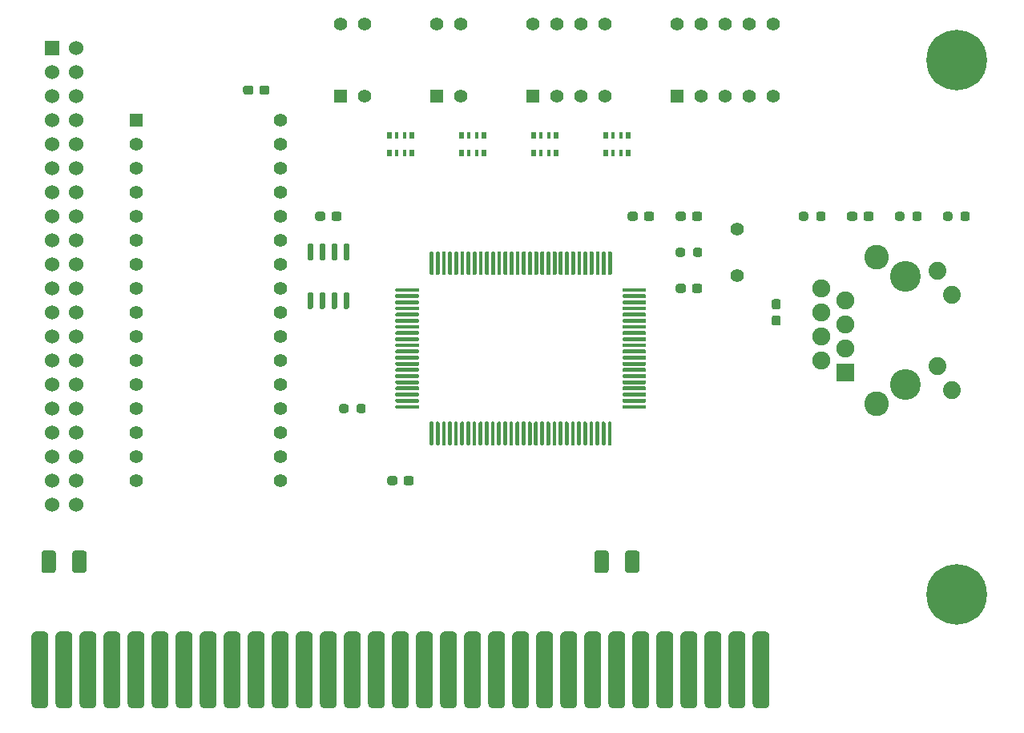
<source format=gts>
%TF.GenerationSoftware,KiCad,Pcbnew,(5.1.8)-1*%
%TF.CreationDate,2021-04-30T16:31:18-07:00*%
%TF.ProjectId,ISA8_Ethernet,49534138-5f45-4746-9865-726e65742e6b,1.0*%
%TF.SameCoordinates,Original*%
%TF.FileFunction,Soldermask,Top*%
%TF.FilePolarity,Negative*%
%FSLAX46Y46*%
G04 Gerber Fmt 4.6, Leading zero omitted, Abs format (unit mm)*
G04 Created by KiCad (PCBNEW (5.1.8)-1) date 2021-04-30 16:31:18*
%MOMM*%
%LPD*%
G01*
G04 APERTURE LIST*
%ADD10C,1.524000*%
%ADD11R,1.524000X1.524000*%
%ADD12C,1.397000*%
%ADD13R,1.397000X1.397000*%
%ADD14R,0.500000X0.800000*%
%ADD15R,0.400000X0.800000*%
%ADD16C,6.400000*%
%ADD17C,0.800000*%
%ADD18R,1.900000X1.900000*%
%ADD19C,1.900000*%
%ADD20C,1.890000*%
%ADD21C,2.600000*%
%ADD22C,3.250000*%
G04 APERTURE END LIST*
D10*
%TO.C,J2*%
X107950000Y-113030000D03*
X105410000Y-113030000D03*
X107950000Y-110490000D03*
X105410000Y-110490000D03*
X107950000Y-107950000D03*
X105410000Y-107950000D03*
X107950000Y-105410000D03*
X105410000Y-105410000D03*
X107950000Y-102870000D03*
X105410000Y-102870000D03*
X105410000Y-100330000D03*
X107950000Y-100330000D03*
X105410000Y-97790000D03*
X107950000Y-97790000D03*
X107950000Y-95250000D03*
X105410000Y-95250000D03*
X107950000Y-92710000D03*
X105410000Y-92710000D03*
X107950000Y-90170000D03*
X105410000Y-90170000D03*
X107950000Y-87630000D03*
X105410000Y-87630000D03*
X107950000Y-85090000D03*
X105410000Y-85090000D03*
X107950000Y-82550000D03*
X105410000Y-82550000D03*
X107950000Y-80010000D03*
X105410000Y-80010000D03*
X107950000Y-77470000D03*
X105410000Y-77470000D03*
X107950000Y-74930000D03*
X105410000Y-74930000D03*
X107950000Y-72390000D03*
X105410000Y-72390000D03*
X107950000Y-69850000D03*
X105410000Y-69850000D03*
X107950000Y-67310000D03*
X105410000Y-67310000D03*
X107950000Y-64770000D03*
D11*
X105410000Y-64770000D03*
%TD*%
%TO.C,BUS1*%
G36*
G01*
X179451000Y-134112000D02*
X179451000Y-126873000D01*
G75*
G02*
X179895500Y-126428500I444500J0D01*
G01*
X180784500Y-126428500D01*
G75*
G02*
X181229000Y-126873000I0J-444500D01*
G01*
X181229000Y-134112000D01*
G75*
G02*
X180784500Y-134556500I-444500J0D01*
G01*
X179895500Y-134556500D01*
G75*
G02*
X179451000Y-134112000I0J444500D01*
G01*
G37*
G36*
G01*
X176911000Y-134112000D02*
X176911000Y-126873000D01*
G75*
G02*
X177355500Y-126428500I444500J0D01*
G01*
X178244500Y-126428500D01*
G75*
G02*
X178689000Y-126873000I0J-444500D01*
G01*
X178689000Y-134112000D01*
G75*
G02*
X178244500Y-134556500I-444500J0D01*
G01*
X177355500Y-134556500D01*
G75*
G02*
X176911000Y-134112000I0J444500D01*
G01*
G37*
G36*
G01*
X174371000Y-134112000D02*
X174371000Y-126873000D01*
G75*
G02*
X174815500Y-126428500I444500J0D01*
G01*
X175704500Y-126428500D01*
G75*
G02*
X176149000Y-126873000I0J-444500D01*
G01*
X176149000Y-134112000D01*
G75*
G02*
X175704500Y-134556500I-444500J0D01*
G01*
X174815500Y-134556500D01*
G75*
G02*
X174371000Y-134112000I0J444500D01*
G01*
G37*
G36*
G01*
X171831000Y-134112000D02*
X171831000Y-126873000D01*
G75*
G02*
X172275500Y-126428500I444500J0D01*
G01*
X173164500Y-126428500D01*
G75*
G02*
X173609000Y-126873000I0J-444500D01*
G01*
X173609000Y-134112000D01*
G75*
G02*
X173164500Y-134556500I-444500J0D01*
G01*
X172275500Y-134556500D01*
G75*
G02*
X171831000Y-134112000I0J444500D01*
G01*
G37*
G36*
G01*
X169291000Y-134112000D02*
X169291000Y-126873000D01*
G75*
G02*
X169735500Y-126428500I444500J0D01*
G01*
X170624500Y-126428500D01*
G75*
G02*
X171069000Y-126873000I0J-444500D01*
G01*
X171069000Y-134112000D01*
G75*
G02*
X170624500Y-134556500I-444500J0D01*
G01*
X169735500Y-134556500D01*
G75*
G02*
X169291000Y-134112000I0J444500D01*
G01*
G37*
G36*
G01*
X166751000Y-134112000D02*
X166751000Y-126873000D01*
G75*
G02*
X167195500Y-126428500I444500J0D01*
G01*
X168084500Y-126428500D01*
G75*
G02*
X168529000Y-126873000I0J-444500D01*
G01*
X168529000Y-134112000D01*
G75*
G02*
X168084500Y-134556500I-444500J0D01*
G01*
X167195500Y-134556500D01*
G75*
G02*
X166751000Y-134112000I0J444500D01*
G01*
G37*
G36*
G01*
X164211000Y-134112000D02*
X164211000Y-126873000D01*
G75*
G02*
X164655500Y-126428500I444500J0D01*
G01*
X165544500Y-126428500D01*
G75*
G02*
X165989000Y-126873000I0J-444500D01*
G01*
X165989000Y-134112000D01*
G75*
G02*
X165544500Y-134556500I-444500J0D01*
G01*
X164655500Y-134556500D01*
G75*
G02*
X164211000Y-134112000I0J444500D01*
G01*
G37*
G36*
G01*
X161671000Y-134112000D02*
X161671000Y-126873000D01*
G75*
G02*
X162115500Y-126428500I444500J0D01*
G01*
X163004500Y-126428500D01*
G75*
G02*
X163449000Y-126873000I0J-444500D01*
G01*
X163449000Y-134112000D01*
G75*
G02*
X163004500Y-134556500I-444500J0D01*
G01*
X162115500Y-134556500D01*
G75*
G02*
X161671000Y-134112000I0J444500D01*
G01*
G37*
G36*
G01*
X159131000Y-134112000D02*
X159131000Y-126873000D01*
G75*
G02*
X159575500Y-126428500I444500J0D01*
G01*
X160464500Y-126428500D01*
G75*
G02*
X160909000Y-126873000I0J-444500D01*
G01*
X160909000Y-134112000D01*
G75*
G02*
X160464500Y-134556500I-444500J0D01*
G01*
X159575500Y-134556500D01*
G75*
G02*
X159131000Y-134112000I0J444500D01*
G01*
G37*
G36*
G01*
X156591000Y-134112000D02*
X156591000Y-126873000D01*
G75*
G02*
X157035500Y-126428500I444500J0D01*
G01*
X157924500Y-126428500D01*
G75*
G02*
X158369000Y-126873000I0J-444500D01*
G01*
X158369000Y-134112000D01*
G75*
G02*
X157924500Y-134556500I-444500J0D01*
G01*
X157035500Y-134556500D01*
G75*
G02*
X156591000Y-134112000I0J444500D01*
G01*
G37*
G36*
G01*
X154051000Y-134112000D02*
X154051000Y-126873000D01*
G75*
G02*
X154495500Y-126428500I444500J0D01*
G01*
X155384500Y-126428500D01*
G75*
G02*
X155829000Y-126873000I0J-444500D01*
G01*
X155829000Y-134112000D01*
G75*
G02*
X155384500Y-134556500I-444500J0D01*
G01*
X154495500Y-134556500D01*
G75*
G02*
X154051000Y-134112000I0J444500D01*
G01*
G37*
G36*
G01*
X151511000Y-134112000D02*
X151511000Y-126873000D01*
G75*
G02*
X151955500Y-126428500I444500J0D01*
G01*
X152844500Y-126428500D01*
G75*
G02*
X153289000Y-126873000I0J-444500D01*
G01*
X153289000Y-134112000D01*
G75*
G02*
X152844500Y-134556500I-444500J0D01*
G01*
X151955500Y-134556500D01*
G75*
G02*
X151511000Y-134112000I0J444500D01*
G01*
G37*
G36*
G01*
X148971000Y-134112000D02*
X148971000Y-126873000D01*
G75*
G02*
X149415500Y-126428500I444500J0D01*
G01*
X150304500Y-126428500D01*
G75*
G02*
X150749000Y-126873000I0J-444500D01*
G01*
X150749000Y-134112000D01*
G75*
G02*
X150304500Y-134556500I-444500J0D01*
G01*
X149415500Y-134556500D01*
G75*
G02*
X148971000Y-134112000I0J444500D01*
G01*
G37*
G36*
G01*
X146431000Y-134112000D02*
X146431000Y-126873000D01*
G75*
G02*
X146875500Y-126428500I444500J0D01*
G01*
X147764500Y-126428500D01*
G75*
G02*
X148209000Y-126873000I0J-444500D01*
G01*
X148209000Y-134112000D01*
G75*
G02*
X147764500Y-134556500I-444500J0D01*
G01*
X146875500Y-134556500D01*
G75*
G02*
X146431000Y-134112000I0J444500D01*
G01*
G37*
G36*
G01*
X143891000Y-134112000D02*
X143891000Y-126873000D01*
G75*
G02*
X144335500Y-126428500I444500J0D01*
G01*
X145224500Y-126428500D01*
G75*
G02*
X145669000Y-126873000I0J-444500D01*
G01*
X145669000Y-134112000D01*
G75*
G02*
X145224500Y-134556500I-444500J0D01*
G01*
X144335500Y-134556500D01*
G75*
G02*
X143891000Y-134112000I0J444500D01*
G01*
G37*
G36*
G01*
X141351000Y-134112000D02*
X141351000Y-126873000D01*
G75*
G02*
X141795500Y-126428500I444500J0D01*
G01*
X142684500Y-126428500D01*
G75*
G02*
X143129000Y-126873000I0J-444500D01*
G01*
X143129000Y-134112000D01*
G75*
G02*
X142684500Y-134556500I-444500J0D01*
G01*
X141795500Y-134556500D01*
G75*
G02*
X141351000Y-134112000I0J444500D01*
G01*
G37*
G36*
G01*
X138811000Y-134112000D02*
X138811000Y-126873000D01*
G75*
G02*
X139255500Y-126428500I444500J0D01*
G01*
X140144500Y-126428500D01*
G75*
G02*
X140589000Y-126873000I0J-444500D01*
G01*
X140589000Y-134112000D01*
G75*
G02*
X140144500Y-134556500I-444500J0D01*
G01*
X139255500Y-134556500D01*
G75*
G02*
X138811000Y-134112000I0J444500D01*
G01*
G37*
G36*
G01*
X136271000Y-134112000D02*
X136271000Y-126873000D01*
G75*
G02*
X136715500Y-126428500I444500J0D01*
G01*
X137604500Y-126428500D01*
G75*
G02*
X138049000Y-126873000I0J-444500D01*
G01*
X138049000Y-134112000D01*
G75*
G02*
X137604500Y-134556500I-444500J0D01*
G01*
X136715500Y-134556500D01*
G75*
G02*
X136271000Y-134112000I0J444500D01*
G01*
G37*
G36*
G01*
X133731000Y-134112000D02*
X133731000Y-126873000D01*
G75*
G02*
X134175500Y-126428500I444500J0D01*
G01*
X135064500Y-126428500D01*
G75*
G02*
X135509000Y-126873000I0J-444500D01*
G01*
X135509000Y-134112000D01*
G75*
G02*
X135064500Y-134556500I-444500J0D01*
G01*
X134175500Y-134556500D01*
G75*
G02*
X133731000Y-134112000I0J444500D01*
G01*
G37*
G36*
G01*
X131191000Y-134112000D02*
X131191000Y-126873000D01*
G75*
G02*
X131635500Y-126428500I444500J0D01*
G01*
X132524500Y-126428500D01*
G75*
G02*
X132969000Y-126873000I0J-444500D01*
G01*
X132969000Y-134112000D01*
G75*
G02*
X132524500Y-134556500I-444500J0D01*
G01*
X131635500Y-134556500D01*
G75*
G02*
X131191000Y-134112000I0J444500D01*
G01*
G37*
G36*
G01*
X128651000Y-134112000D02*
X128651000Y-126873000D01*
G75*
G02*
X129095500Y-126428500I444500J0D01*
G01*
X129984500Y-126428500D01*
G75*
G02*
X130429000Y-126873000I0J-444500D01*
G01*
X130429000Y-134112000D01*
G75*
G02*
X129984500Y-134556500I-444500J0D01*
G01*
X129095500Y-134556500D01*
G75*
G02*
X128651000Y-134112000I0J444500D01*
G01*
G37*
G36*
G01*
X126111000Y-134112000D02*
X126111000Y-126873000D01*
G75*
G02*
X126555500Y-126428500I444500J0D01*
G01*
X127444500Y-126428500D01*
G75*
G02*
X127889000Y-126873000I0J-444500D01*
G01*
X127889000Y-134112000D01*
G75*
G02*
X127444500Y-134556500I-444500J0D01*
G01*
X126555500Y-134556500D01*
G75*
G02*
X126111000Y-134112000I0J444500D01*
G01*
G37*
G36*
G01*
X123571000Y-134112000D02*
X123571000Y-126873000D01*
G75*
G02*
X124015500Y-126428500I444500J0D01*
G01*
X124904500Y-126428500D01*
G75*
G02*
X125349000Y-126873000I0J-444500D01*
G01*
X125349000Y-134112000D01*
G75*
G02*
X124904500Y-134556500I-444500J0D01*
G01*
X124015500Y-134556500D01*
G75*
G02*
X123571000Y-134112000I0J444500D01*
G01*
G37*
G36*
G01*
X121031000Y-134112000D02*
X121031000Y-126873000D01*
G75*
G02*
X121475500Y-126428500I444500J0D01*
G01*
X122364500Y-126428500D01*
G75*
G02*
X122809000Y-126873000I0J-444500D01*
G01*
X122809000Y-134112000D01*
G75*
G02*
X122364500Y-134556500I-444500J0D01*
G01*
X121475500Y-134556500D01*
G75*
G02*
X121031000Y-134112000I0J444500D01*
G01*
G37*
G36*
G01*
X118491000Y-134112000D02*
X118491000Y-126873000D01*
G75*
G02*
X118935500Y-126428500I444500J0D01*
G01*
X119824500Y-126428500D01*
G75*
G02*
X120269000Y-126873000I0J-444500D01*
G01*
X120269000Y-134112000D01*
G75*
G02*
X119824500Y-134556500I-444500J0D01*
G01*
X118935500Y-134556500D01*
G75*
G02*
X118491000Y-134112000I0J444500D01*
G01*
G37*
G36*
G01*
X115951000Y-134112000D02*
X115951000Y-126873000D01*
G75*
G02*
X116395500Y-126428500I444500J0D01*
G01*
X117284500Y-126428500D01*
G75*
G02*
X117729000Y-126873000I0J-444500D01*
G01*
X117729000Y-134112000D01*
G75*
G02*
X117284500Y-134556500I-444500J0D01*
G01*
X116395500Y-134556500D01*
G75*
G02*
X115951000Y-134112000I0J444500D01*
G01*
G37*
G36*
G01*
X113411000Y-134112000D02*
X113411000Y-126873000D01*
G75*
G02*
X113855500Y-126428500I444500J0D01*
G01*
X114744500Y-126428500D01*
G75*
G02*
X115189000Y-126873000I0J-444500D01*
G01*
X115189000Y-134112000D01*
G75*
G02*
X114744500Y-134556500I-444500J0D01*
G01*
X113855500Y-134556500D01*
G75*
G02*
X113411000Y-134112000I0J444500D01*
G01*
G37*
G36*
G01*
X110871000Y-134112000D02*
X110871000Y-126873000D01*
G75*
G02*
X111315500Y-126428500I444500J0D01*
G01*
X112204500Y-126428500D01*
G75*
G02*
X112649000Y-126873000I0J-444500D01*
G01*
X112649000Y-134112000D01*
G75*
G02*
X112204500Y-134556500I-444500J0D01*
G01*
X111315500Y-134556500D01*
G75*
G02*
X110871000Y-134112000I0J444500D01*
G01*
G37*
G36*
G01*
X108331000Y-134112000D02*
X108331000Y-126873000D01*
G75*
G02*
X108775500Y-126428500I444500J0D01*
G01*
X109664500Y-126428500D01*
G75*
G02*
X110109000Y-126873000I0J-444500D01*
G01*
X110109000Y-134112000D01*
G75*
G02*
X109664500Y-134556500I-444500J0D01*
G01*
X108775500Y-134556500D01*
G75*
G02*
X108331000Y-134112000I0J444500D01*
G01*
G37*
G36*
G01*
X105791000Y-134112000D02*
X105791000Y-126873000D01*
G75*
G02*
X106235500Y-126428500I444500J0D01*
G01*
X107124500Y-126428500D01*
G75*
G02*
X107569000Y-126873000I0J-444500D01*
G01*
X107569000Y-134112000D01*
G75*
G02*
X107124500Y-134556500I-444500J0D01*
G01*
X106235500Y-134556500D01*
G75*
G02*
X105791000Y-134112000I0J444500D01*
G01*
G37*
G36*
G01*
X103251000Y-134112000D02*
X103251000Y-126873000D01*
G75*
G02*
X103695500Y-126428500I444500J0D01*
G01*
X104584500Y-126428500D01*
G75*
G02*
X105029000Y-126873000I0J-444500D01*
G01*
X105029000Y-134112000D01*
G75*
G02*
X104584500Y-134556500I-444500J0D01*
G01*
X103695500Y-134556500D01*
G75*
G02*
X103251000Y-134112000I0J444500D01*
G01*
G37*
%TD*%
D12*
%TO.C,SW4*%
X171450000Y-62230000D03*
X173990000Y-62230000D03*
X176530000Y-62230000D03*
X179070000Y-62230000D03*
X181610000Y-62230000D03*
X181610000Y-69850000D03*
X179070000Y-69850000D03*
X176530000Y-69850000D03*
X173990000Y-69850000D03*
D13*
X171450000Y-69850000D03*
%TD*%
D12*
%TO.C,SW3*%
X156210000Y-62230000D03*
X158750000Y-62230000D03*
X161290000Y-62230000D03*
X163830000Y-62230000D03*
X163830000Y-69850000D03*
X161290000Y-69850000D03*
X158750000Y-69850000D03*
D13*
X156210000Y-69850000D03*
%TD*%
D12*
%TO.C,SW2*%
X146050000Y-62230000D03*
X148590000Y-62230000D03*
X148590000Y-69850000D03*
D13*
X146050000Y-69850000D03*
%TD*%
D12*
%TO.C,SW1*%
X135890000Y-62230000D03*
X138430000Y-62230000D03*
X138430000Y-69850000D03*
D13*
X135890000Y-69850000D03*
%TD*%
D12*
%TO.C,Y1*%
X177800000Y-83919060D03*
X177800000Y-88800940D03*
%TD*%
D13*
%TO.C,U2*%
X114300000Y-72390000D03*
D12*
X114300000Y-74930000D03*
X114300000Y-77470000D03*
X114300000Y-80010000D03*
X114300000Y-82550000D03*
X114300000Y-85090000D03*
X114300000Y-87630000D03*
X114300000Y-90170000D03*
X114300000Y-92710000D03*
X114300000Y-95250000D03*
X114300000Y-97790000D03*
X114300000Y-100330000D03*
X114300000Y-102870000D03*
X114300000Y-105410000D03*
X114300000Y-107950000D03*
X114300000Y-110490000D03*
X129540000Y-110490000D03*
X129540000Y-107950000D03*
X129540000Y-105410000D03*
X129540000Y-102870000D03*
X129540000Y-100330000D03*
X129540000Y-97790000D03*
X129540000Y-95250000D03*
X129540000Y-92710000D03*
X129540000Y-90170000D03*
X129540000Y-87630000D03*
X129540000Y-85090000D03*
X129540000Y-82550000D03*
X129540000Y-80010000D03*
X129540000Y-77470000D03*
X129540000Y-74930000D03*
X129540000Y-72390000D03*
%TD*%
D14*
%TO.C,RN2*%
X151060000Y-74030000D03*
D15*
X150260000Y-74030000D03*
D14*
X148660000Y-74030000D03*
D15*
X149460000Y-74030000D03*
D14*
X151060000Y-75830000D03*
D15*
X149460000Y-75830000D03*
X150260000Y-75830000D03*
D14*
X148660000Y-75830000D03*
%TD*%
D16*
%TO.C,HOLE1*%
X201041000Y-66040000D03*
D17*
X203441000Y-66040000D03*
X202738056Y-67737056D03*
X201041000Y-68440000D03*
X199343944Y-67737056D03*
X198641000Y-66040000D03*
X199343944Y-64342944D03*
X201041000Y-63640000D03*
X202738056Y-64342944D03*
%TD*%
%TO.C,HOLE2*%
X202738056Y-120857944D03*
X201041000Y-120155000D03*
X199343944Y-120857944D03*
X198641000Y-122555000D03*
X199343944Y-124252056D03*
X201041000Y-124955000D03*
X202738056Y-124252056D03*
X203441000Y-122555000D03*
D16*
X201041000Y-122555000D03*
%TD*%
%TO.C,U3*%
G36*
G01*
X132865000Y-92350000D02*
X132565000Y-92350000D01*
G75*
G02*
X132415000Y-92200000I0J150000D01*
G01*
X132415000Y-90750000D01*
G75*
G02*
X132565000Y-90600000I150000J0D01*
G01*
X132865000Y-90600000D01*
G75*
G02*
X133015000Y-90750000I0J-150000D01*
G01*
X133015000Y-92200000D01*
G75*
G02*
X132865000Y-92350000I-150000J0D01*
G01*
G37*
G36*
G01*
X134135000Y-92350000D02*
X133835000Y-92350000D01*
G75*
G02*
X133685000Y-92200000I0J150000D01*
G01*
X133685000Y-90750000D01*
G75*
G02*
X133835000Y-90600000I150000J0D01*
G01*
X134135000Y-90600000D01*
G75*
G02*
X134285000Y-90750000I0J-150000D01*
G01*
X134285000Y-92200000D01*
G75*
G02*
X134135000Y-92350000I-150000J0D01*
G01*
G37*
G36*
G01*
X135405000Y-92350000D02*
X135105000Y-92350000D01*
G75*
G02*
X134955000Y-92200000I0J150000D01*
G01*
X134955000Y-90750000D01*
G75*
G02*
X135105000Y-90600000I150000J0D01*
G01*
X135405000Y-90600000D01*
G75*
G02*
X135555000Y-90750000I0J-150000D01*
G01*
X135555000Y-92200000D01*
G75*
G02*
X135405000Y-92350000I-150000J0D01*
G01*
G37*
G36*
G01*
X136675000Y-92350000D02*
X136375000Y-92350000D01*
G75*
G02*
X136225000Y-92200000I0J150000D01*
G01*
X136225000Y-90750000D01*
G75*
G02*
X136375000Y-90600000I150000J0D01*
G01*
X136675000Y-90600000D01*
G75*
G02*
X136825000Y-90750000I0J-150000D01*
G01*
X136825000Y-92200000D01*
G75*
G02*
X136675000Y-92350000I-150000J0D01*
G01*
G37*
G36*
G01*
X136675000Y-87200000D02*
X136375000Y-87200000D01*
G75*
G02*
X136225000Y-87050000I0J150000D01*
G01*
X136225000Y-85600000D01*
G75*
G02*
X136375000Y-85450000I150000J0D01*
G01*
X136675000Y-85450000D01*
G75*
G02*
X136825000Y-85600000I0J-150000D01*
G01*
X136825000Y-87050000D01*
G75*
G02*
X136675000Y-87200000I-150000J0D01*
G01*
G37*
G36*
G01*
X135405000Y-87200000D02*
X135105000Y-87200000D01*
G75*
G02*
X134955000Y-87050000I0J150000D01*
G01*
X134955000Y-85600000D01*
G75*
G02*
X135105000Y-85450000I150000J0D01*
G01*
X135405000Y-85450000D01*
G75*
G02*
X135555000Y-85600000I0J-150000D01*
G01*
X135555000Y-87050000D01*
G75*
G02*
X135405000Y-87200000I-150000J0D01*
G01*
G37*
G36*
G01*
X134135000Y-87200000D02*
X133835000Y-87200000D01*
G75*
G02*
X133685000Y-87050000I0J150000D01*
G01*
X133685000Y-85600000D01*
G75*
G02*
X133835000Y-85450000I150000J0D01*
G01*
X134135000Y-85450000D01*
G75*
G02*
X134285000Y-85600000I0J-150000D01*
G01*
X134285000Y-87050000D01*
G75*
G02*
X134135000Y-87200000I-150000J0D01*
G01*
G37*
G36*
G01*
X132865000Y-87200000D02*
X132565000Y-87200000D01*
G75*
G02*
X132415000Y-87050000I0J150000D01*
G01*
X132415000Y-85600000D01*
G75*
G02*
X132565000Y-85450000I150000J0D01*
G01*
X132865000Y-85450000D01*
G75*
G02*
X133015000Y-85600000I0J-150000D01*
G01*
X133015000Y-87050000D01*
G75*
G02*
X132865000Y-87200000I-150000J0D01*
G01*
G37*
%TD*%
%TO.C,C1*%
G36*
G01*
X172395000Y-89932500D02*
X172395000Y-90407500D01*
G75*
G02*
X172157500Y-90645000I-237500J0D01*
G01*
X171557500Y-90645000D01*
G75*
G02*
X171320000Y-90407500I0J237500D01*
G01*
X171320000Y-89932500D01*
G75*
G02*
X171557500Y-89695000I237500J0D01*
G01*
X172157500Y-89695000D01*
G75*
G02*
X172395000Y-89932500I0J-237500D01*
G01*
G37*
G36*
G01*
X174120000Y-89932500D02*
X174120000Y-90407500D01*
G75*
G02*
X173882500Y-90645000I-237500J0D01*
G01*
X173282500Y-90645000D01*
G75*
G02*
X173045000Y-90407500I0J237500D01*
G01*
X173045000Y-89932500D01*
G75*
G02*
X173282500Y-89695000I237500J0D01*
G01*
X173882500Y-89695000D01*
G75*
G02*
X174120000Y-89932500I0J-237500D01*
G01*
G37*
%TD*%
%TO.C,C2*%
G36*
G01*
X174120000Y-82312500D02*
X174120000Y-82787500D01*
G75*
G02*
X173882500Y-83025000I-237500J0D01*
G01*
X173282500Y-83025000D01*
G75*
G02*
X173045000Y-82787500I0J237500D01*
G01*
X173045000Y-82312500D01*
G75*
G02*
X173282500Y-82075000I237500J0D01*
G01*
X173882500Y-82075000D01*
G75*
G02*
X174120000Y-82312500I0J-237500D01*
G01*
G37*
G36*
G01*
X172395000Y-82312500D02*
X172395000Y-82787500D01*
G75*
G02*
X172157500Y-83025000I-237500J0D01*
G01*
X171557500Y-83025000D01*
G75*
G02*
X171320000Y-82787500I0J237500D01*
G01*
X171320000Y-82312500D01*
G75*
G02*
X171557500Y-82075000I237500J0D01*
G01*
X172157500Y-82075000D01*
G75*
G02*
X172395000Y-82312500I0J-237500D01*
G01*
G37*
%TD*%
%TO.C,C3*%
G36*
G01*
X182165000Y-94110000D02*
X181690000Y-94110000D01*
G75*
G02*
X181452500Y-93872500I0J237500D01*
G01*
X181452500Y-93272500D01*
G75*
G02*
X181690000Y-93035000I237500J0D01*
G01*
X182165000Y-93035000D01*
G75*
G02*
X182402500Y-93272500I0J-237500D01*
G01*
X182402500Y-93872500D01*
G75*
G02*
X182165000Y-94110000I-237500J0D01*
G01*
G37*
G36*
G01*
X182165000Y-92385000D02*
X181690000Y-92385000D01*
G75*
G02*
X181452500Y-92147500I0J237500D01*
G01*
X181452500Y-91547500D01*
G75*
G02*
X181690000Y-91310000I237500J0D01*
G01*
X182165000Y-91310000D01*
G75*
G02*
X182402500Y-91547500I0J-237500D01*
G01*
X182402500Y-92147500D01*
G75*
G02*
X182165000Y-92385000I-237500J0D01*
G01*
G37*
%TD*%
%TO.C,C4*%
G36*
G01*
X191142500Y-82787500D02*
X191142500Y-82312500D01*
G75*
G02*
X191380000Y-82075000I237500J0D01*
G01*
X191980000Y-82075000D01*
G75*
G02*
X192217500Y-82312500I0J-237500D01*
G01*
X192217500Y-82787500D01*
G75*
G02*
X191980000Y-83025000I-237500J0D01*
G01*
X191380000Y-83025000D01*
G75*
G02*
X191142500Y-82787500I0J237500D01*
G01*
G37*
G36*
G01*
X189417500Y-82787500D02*
X189417500Y-82312500D01*
G75*
G02*
X189655000Y-82075000I237500J0D01*
G01*
X190255000Y-82075000D01*
G75*
G02*
X190492500Y-82312500I0J-237500D01*
G01*
X190492500Y-82787500D01*
G75*
G02*
X190255000Y-83025000I-237500J0D01*
G01*
X189655000Y-83025000D01*
G75*
G02*
X189417500Y-82787500I0J237500D01*
G01*
G37*
%TD*%
%TO.C,C5*%
G36*
G01*
X167315000Y-82312500D02*
X167315000Y-82787500D01*
G75*
G02*
X167077500Y-83025000I-237500J0D01*
G01*
X166477500Y-83025000D01*
G75*
G02*
X166240000Y-82787500I0J237500D01*
G01*
X166240000Y-82312500D01*
G75*
G02*
X166477500Y-82075000I237500J0D01*
G01*
X167077500Y-82075000D01*
G75*
G02*
X167315000Y-82312500I0J-237500D01*
G01*
G37*
G36*
G01*
X169040000Y-82312500D02*
X169040000Y-82787500D01*
G75*
G02*
X168802500Y-83025000I-237500J0D01*
G01*
X168202500Y-83025000D01*
G75*
G02*
X167965000Y-82787500I0J237500D01*
G01*
X167965000Y-82312500D01*
G75*
G02*
X168202500Y-82075000I237500J0D01*
G01*
X168802500Y-82075000D01*
G75*
G02*
X169040000Y-82312500I0J-237500D01*
G01*
G37*
%TD*%
%TO.C,C6*%
G36*
G01*
X143640000Y-110252500D02*
X143640000Y-110727500D01*
G75*
G02*
X143402500Y-110965000I-237500J0D01*
G01*
X142802500Y-110965000D01*
G75*
G02*
X142565000Y-110727500I0J237500D01*
G01*
X142565000Y-110252500D01*
G75*
G02*
X142802500Y-110015000I237500J0D01*
G01*
X143402500Y-110015000D01*
G75*
G02*
X143640000Y-110252500I0J-237500D01*
G01*
G37*
G36*
G01*
X141915000Y-110252500D02*
X141915000Y-110727500D01*
G75*
G02*
X141677500Y-110965000I-237500J0D01*
G01*
X141077500Y-110965000D01*
G75*
G02*
X140840000Y-110727500I0J237500D01*
G01*
X140840000Y-110252500D01*
G75*
G02*
X141077500Y-110015000I237500J0D01*
G01*
X141677500Y-110015000D01*
G75*
G02*
X141915000Y-110252500I0J-237500D01*
G01*
G37*
%TD*%
%TO.C,C7*%
G36*
G01*
X126675000Y-68977500D02*
X126675000Y-69452500D01*
G75*
G02*
X126437500Y-69690000I-237500J0D01*
G01*
X125837500Y-69690000D01*
G75*
G02*
X125600000Y-69452500I0J237500D01*
G01*
X125600000Y-68977500D01*
G75*
G02*
X125837500Y-68740000I237500J0D01*
G01*
X126437500Y-68740000D01*
G75*
G02*
X126675000Y-68977500I0J-237500D01*
G01*
G37*
G36*
G01*
X128400000Y-68977500D02*
X128400000Y-69452500D01*
G75*
G02*
X128162500Y-69690000I-237500J0D01*
G01*
X127562500Y-69690000D01*
G75*
G02*
X127325000Y-69452500I0J237500D01*
G01*
X127325000Y-68977500D01*
G75*
G02*
X127562500Y-68740000I237500J0D01*
G01*
X128162500Y-68740000D01*
G75*
G02*
X128400000Y-68977500I0J-237500D01*
G01*
G37*
%TD*%
%TO.C,C8*%
G36*
G01*
X133220000Y-82787500D02*
X133220000Y-82312500D01*
G75*
G02*
X133457500Y-82075000I237500J0D01*
G01*
X134057500Y-82075000D01*
G75*
G02*
X134295000Y-82312500I0J-237500D01*
G01*
X134295000Y-82787500D01*
G75*
G02*
X134057500Y-83025000I-237500J0D01*
G01*
X133457500Y-83025000D01*
G75*
G02*
X133220000Y-82787500I0J237500D01*
G01*
G37*
G36*
G01*
X134945000Y-82787500D02*
X134945000Y-82312500D01*
G75*
G02*
X135182500Y-82075000I237500J0D01*
G01*
X135782500Y-82075000D01*
G75*
G02*
X136020000Y-82312500I0J-237500D01*
G01*
X136020000Y-82787500D01*
G75*
G02*
X135782500Y-83025000I-237500J0D01*
G01*
X135182500Y-83025000D01*
G75*
G02*
X134945000Y-82787500I0J237500D01*
G01*
G37*
%TD*%
%TO.C,R1*%
G36*
G01*
X185312500Y-82312500D02*
X185312500Y-82787500D01*
G75*
G02*
X185075000Y-83025000I-237500J0D01*
G01*
X184575000Y-83025000D01*
G75*
G02*
X184337500Y-82787500I0J237500D01*
G01*
X184337500Y-82312500D01*
G75*
G02*
X184575000Y-82075000I237500J0D01*
G01*
X185075000Y-82075000D01*
G75*
G02*
X185312500Y-82312500I0J-237500D01*
G01*
G37*
G36*
G01*
X187137500Y-82312500D02*
X187137500Y-82787500D01*
G75*
G02*
X186900000Y-83025000I-237500J0D01*
G01*
X186400000Y-83025000D01*
G75*
G02*
X186162500Y-82787500I0J237500D01*
G01*
X186162500Y-82312500D01*
G75*
G02*
X186400000Y-82075000I237500J0D01*
G01*
X186900000Y-82075000D01*
G75*
G02*
X187137500Y-82312500I0J-237500D01*
G01*
G37*
%TD*%
%TO.C,R2*%
G36*
G01*
X197297500Y-82312500D02*
X197297500Y-82787500D01*
G75*
G02*
X197060000Y-83025000I-237500J0D01*
G01*
X196560000Y-83025000D01*
G75*
G02*
X196322500Y-82787500I0J237500D01*
G01*
X196322500Y-82312500D01*
G75*
G02*
X196560000Y-82075000I237500J0D01*
G01*
X197060000Y-82075000D01*
G75*
G02*
X197297500Y-82312500I0J-237500D01*
G01*
G37*
G36*
G01*
X195472500Y-82312500D02*
X195472500Y-82787500D01*
G75*
G02*
X195235000Y-83025000I-237500J0D01*
G01*
X194735000Y-83025000D01*
G75*
G02*
X194497500Y-82787500I0J237500D01*
G01*
X194497500Y-82312500D01*
G75*
G02*
X194735000Y-82075000I237500J0D01*
G01*
X195235000Y-82075000D01*
G75*
G02*
X195472500Y-82312500I0J-237500D01*
G01*
G37*
%TD*%
%TO.C,R3*%
G36*
G01*
X200552500Y-82312500D02*
X200552500Y-82787500D01*
G75*
G02*
X200315000Y-83025000I-237500J0D01*
G01*
X199815000Y-83025000D01*
G75*
G02*
X199577500Y-82787500I0J237500D01*
G01*
X199577500Y-82312500D01*
G75*
G02*
X199815000Y-82075000I237500J0D01*
G01*
X200315000Y-82075000D01*
G75*
G02*
X200552500Y-82312500I0J-237500D01*
G01*
G37*
G36*
G01*
X202377500Y-82312500D02*
X202377500Y-82787500D01*
G75*
G02*
X202140000Y-83025000I-237500J0D01*
G01*
X201640000Y-83025000D01*
G75*
G02*
X201402500Y-82787500I0J237500D01*
G01*
X201402500Y-82312500D01*
G75*
G02*
X201640000Y-82075000I237500J0D01*
G01*
X202140000Y-82075000D01*
G75*
G02*
X202377500Y-82312500I0J-237500D01*
G01*
G37*
%TD*%
%TO.C,R6*%
G36*
G01*
X135760000Y-103107500D02*
X135760000Y-102632500D01*
G75*
G02*
X135997500Y-102395000I237500J0D01*
G01*
X136497500Y-102395000D01*
G75*
G02*
X136735000Y-102632500I0J-237500D01*
G01*
X136735000Y-103107500D01*
G75*
G02*
X136497500Y-103345000I-237500J0D01*
G01*
X135997500Y-103345000D01*
G75*
G02*
X135760000Y-103107500I0J237500D01*
G01*
G37*
G36*
G01*
X137585000Y-103107500D02*
X137585000Y-102632500D01*
G75*
G02*
X137822500Y-102395000I237500J0D01*
G01*
X138322500Y-102395000D01*
G75*
G02*
X138560000Y-102632500I0J-237500D01*
G01*
X138560000Y-103107500D01*
G75*
G02*
X138322500Y-103345000I-237500J0D01*
G01*
X137822500Y-103345000D01*
G75*
G02*
X137585000Y-103107500I0J237500D01*
G01*
G37*
%TD*%
%TO.C,R7*%
G36*
G01*
X172295000Y-86122500D02*
X172295000Y-86597500D01*
G75*
G02*
X172057500Y-86835000I-237500J0D01*
G01*
X171557500Y-86835000D01*
G75*
G02*
X171320000Y-86597500I0J237500D01*
G01*
X171320000Y-86122500D01*
G75*
G02*
X171557500Y-85885000I237500J0D01*
G01*
X172057500Y-85885000D01*
G75*
G02*
X172295000Y-86122500I0J-237500D01*
G01*
G37*
G36*
G01*
X174120000Y-86122500D02*
X174120000Y-86597500D01*
G75*
G02*
X173882500Y-86835000I-237500J0D01*
G01*
X173382500Y-86835000D01*
G75*
G02*
X173145000Y-86597500I0J237500D01*
G01*
X173145000Y-86122500D01*
G75*
G02*
X173382500Y-85885000I237500J0D01*
G01*
X173882500Y-85885000D01*
G75*
G02*
X174120000Y-86122500I0J-237500D01*
G01*
G37*
%TD*%
D14*
%TO.C,RN1*%
X141040000Y-75830000D03*
D15*
X142640000Y-75830000D03*
X141840000Y-75830000D03*
D14*
X143440000Y-75830000D03*
D15*
X141840000Y-74030000D03*
D14*
X141040000Y-74030000D03*
D15*
X142640000Y-74030000D03*
D14*
X143440000Y-74030000D03*
%TD*%
%TO.C,RN3*%
X163900000Y-75830000D03*
D15*
X165500000Y-75830000D03*
X164700000Y-75830000D03*
D14*
X166300000Y-75830000D03*
D15*
X164700000Y-74030000D03*
D14*
X163900000Y-74030000D03*
D15*
X165500000Y-74030000D03*
D14*
X166300000Y-74030000D03*
%TD*%
%TO.C,U1*%
G36*
G01*
X145615000Y-106770000D02*
X145415000Y-106770000D01*
G75*
G02*
X145315000Y-106670000I0J100000D01*
G01*
X145315000Y-104370000D01*
G75*
G02*
X145415000Y-104270000I100000J0D01*
G01*
X145615000Y-104270000D01*
G75*
G02*
X145715000Y-104370000I0J-100000D01*
G01*
X145715000Y-106670000D01*
G75*
G02*
X145615000Y-106770000I-100000J0D01*
G01*
G37*
G36*
G01*
X146265000Y-106770000D02*
X146065000Y-106770000D01*
G75*
G02*
X145965000Y-106670000I0J100000D01*
G01*
X145965000Y-104370000D01*
G75*
G02*
X146065000Y-104270000I100000J0D01*
G01*
X146265000Y-104270000D01*
G75*
G02*
X146365000Y-104370000I0J-100000D01*
G01*
X146365000Y-106670000D01*
G75*
G02*
X146265000Y-106770000I-100000J0D01*
G01*
G37*
G36*
G01*
X146915000Y-106770000D02*
X146715000Y-106770000D01*
G75*
G02*
X146615000Y-106670000I0J100000D01*
G01*
X146615000Y-104370000D01*
G75*
G02*
X146715000Y-104270000I100000J0D01*
G01*
X146915000Y-104270000D01*
G75*
G02*
X147015000Y-104370000I0J-100000D01*
G01*
X147015000Y-106670000D01*
G75*
G02*
X146915000Y-106770000I-100000J0D01*
G01*
G37*
G36*
G01*
X147565000Y-106770000D02*
X147365000Y-106770000D01*
G75*
G02*
X147265000Y-106670000I0J100000D01*
G01*
X147265000Y-104370000D01*
G75*
G02*
X147365000Y-104270000I100000J0D01*
G01*
X147565000Y-104270000D01*
G75*
G02*
X147665000Y-104370000I0J-100000D01*
G01*
X147665000Y-106670000D01*
G75*
G02*
X147565000Y-106770000I-100000J0D01*
G01*
G37*
G36*
G01*
X148190000Y-106770000D02*
X147990000Y-106770000D01*
G75*
G02*
X147890000Y-106670000I0J100000D01*
G01*
X147890000Y-104370000D01*
G75*
G02*
X147990000Y-104270000I100000J0D01*
G01*
X148190000Y-104270000D01*
G75*
G02*
X148290000Y-104370000I0J-100000D01*
G01*
X148290000Y-106670000D01*
G75*
G02*
X148190000Y-106770000I-100000J0D01*
G01*
G37*
G36*
G01*
X148840000Y-106770000D02*
X148640000Y-106770000D01*
G75*
G02*
X148540000Y-106670000I0J100000D01*
G01*
X148540000Y-104370000D01*
G75*
G02*
X148640000Y-104270000I100000J0D01*
G01*
X148840000Y-104270000D01*
G75*
G02*
X148940000Y-104370000I0J-100000D01*
G01*
X148940000Y-106670000D01*
G75*
G02*
X148840000Y-106770000I-100000J0D01*
G01*
G37*
G36*
G01*
X149490000Y-106770000D02*
X149290000Y-106770000D01*
G75*
G02*
X149190000Y-106670000I0J100000D01*
G01*
X149190000Y-104370000D01*
G75*
G02*
X149290000Y-104270000I100000J0D01*
G01*
X149490000Y-104270000D01*
G75*
G02*
X149590000Y-104370000I0J-100000D01*
G01*
X149590000Y-106670000D01*
G75*
G02*
X149490000Y-106770000I-100000J0D01*
G01*
G37*
G36*
G01*
X150140000Y-106770000D02*
X149940000Y-106770000D01*
G75*
G02*
X149840000Y-106670000I0J100000D01*
G01*
X149840000Y-104370000D01*
G75*
G02*
X149940000Y-104270000I100000J0D01*
G01*
X150140000Y-104270000D01*
G75*
G02*
X150240000Y-104370000I0J-100000D01*
G01*
X150240000Y-106670000D01*
G75*
G02*
X150140000Y-106770000I-100000J0D01*
G01*
G37*
G36*
G01*
X150790000Y-106770000D02*
X150590000Y-106770000D01*
G75*
G02*
X150490000Y-106670000I0J100000D01*
G01*
X150490000Y-104370000D01*
G75*
G02*
X150590000Y-104270000I100000J0D01*
G01*
X150790000Y-104270000D01*
G75*
G02*
X150890000Y-104370000I0J-100000D01*
G01*
X150890000Y-106670000D01*
G75*
G02*
X150790000Y-106770000I-100000J0D01*
G01*
G37*
G36*
G01*
X151440000Y-106770000D02*
X151240000Y-106770000D01*
G75*
G02*
X151140000Y-106670000I0J100000D01*
G01*
X151140000Y-104370000D01*
G75*
G02*
X151240000Y-104270000I100000J0D01*
G01*
X151440000Y-104270000D01*
G75*
G02*
X151540000Y-104370000I0J-100000D01*
G01*
X151540000Y-106670000D01*
G75*
G02*
X151440000Y-106770000I-100000J0D01*
G01*
G37*
G36*
G01*
X152090000Y-106770000D02*
X151890000Y-106770000D01*
G75*
G02*
X151790000Y-106670000I0J100000D01*
G01*
X151790000Y-104370000D01*
G75*
G02*
X151890000Y-104270000I100000J0D01*
G01*
X152090000Y-104270000D01*
G75*
G02*
X152190000Y-104370000I0J-100000D01*
G01*
X152190000Y-106670000D01*
G75*
G02*
X152090000Y-106770000I-100000J0D01*
G01*
G37*
G36*
G01*
X152740000Y-106770000D02*
X152540000Y-106770000D01*
G75*
G02*
X152440000Y-106670000I0J100000D01*
G01*
X152440000Y-104370000D01*
G75*
G02*
X152540000Y-104270000I100000J0D01*
G01*
X152740000Y-104270000D01*
G75*
G02*
X152840000Y-104370000I0J-100000D01*
G01*
X152840000Y-106670000D01*
G75*
G02*
X152740000Y-106770000I-100000J0D01*
G01*
G37*
G36*
G01*
X153390000Y-106770000D02*
X153190000Y-106770000D01*
G75*
G02*
X153090000Y-106670000I0J100000D01*
G01*
X153090000Y-104370000D01*
G75*
G02*
X153190000Y-104270000I100000J0D01*
G01*
X153390000Y-104270000D01*
G75*
G02*
X153490000Y-104370000I0J-100000D01*
G01*
X153490000Y-106670000D01*
G75*
G02*
X153390000Y-106770000I-100000J0D01*
G01*
G37*
G36*
G01*
X154040000Y-106770000D02*
X153840000Y-106770000D01*
G75*
G02*
X153740000Y-106670000I0J100000D01*
G01*
X153740000Y-104370000D01*
G75*
G02*
X153840000Y-104270000I100000J0D01*
G01*
X154040000Y-104270000D01*
G75*
G02*
X154140000Y-104370000I0J-100000D01*
G01*
X154140000Y-106670000D01*
G75*
G02*
X154040000Y-106770000I-100000J0D01*
G01*
G37*
G36*
G01*
X154690000Y-106770000D02*
X154490000Y-106770000D01*
G75*
G02*
X154390000Y-106670000I0J100000D01*
G01*
X154390000Y-104370000D01*
G75*
G02*
X154490000Y-104270000I100000J0D01*
G01*
X154690000Y-104270000D01*
G75*
G02*
X154790000Y-104370000I0J-100000D01*
G01*
X154790000Y-106670000D01*
G75*
G02*
X154690000Y-106770000I-100000J0D01*
G01*
G37*
G36*
G01*
X155340000Y-106770000D02*
X155140000Y-106770000D01*
G75*
G02*
X155040000Y-106670000I0J100000D01*
G01*
X155040000Y-104370000D01*
G75*
G02*
X155140000Y-104270000I100000J0D01*
G01*
X155340000Y-104270000D01*
G75*
G02*
X155440000Y-104370000I0J-100000D01*
G01*
X155440000Y-106670000D01*
G75*
G02*
X155340000Y-106770000I-100000J0D01*
G01*
G37*
G36*
G01*
X155990000Y-106770000D02*
X155790000Y-106770000D01*
G75*
G02*
X155690000Y-106670000I0J100000D01*
G01*
X155690000Y-104370000D01*
G75*
G02*
X155790000Y-104270000I100000J0D01*
G01*
X155990000Y-104270000D01*
G75*
G02*
X156090000Y-104370000I0J-100000D01*
G01*
X156090000Y-106670000D01*
G75*
G02*
X155990000Y-106770000I-100000J0D01*
G01*
G37*
G36*
G01*
X156640000Y-106770000D02*
X156440000Y-106770000D01*
G75*
G02*
X156340000Y-106670000I0J100000D01*
G01*
X156340000Y-104370000D01*
G75*
G02*
X156440000Y-104270000I100000J0D01*
G01*
X156640000Y-104270000D01*
G75*
G02*
X156740000Y-104370000I0J-100000D01*
G01*
X156740000Y-106670000D01*
G75*
G02*
X156640000Y-106770000I-100000J0D01*
G01*
G37*
G36*
G01*
X157290000Y-106770000D02*
X157090000Y-106770000D01*
G75*
G02*
X156990000Y-106670000I0J100000D01*
G01*
X156990000Y-104370000D01*
G75*
G02*
X157090000Y-104270000I100000J0D01*
G01*
X157290000Y-104270000D01*
G75*
G02*
X157390000Y-104370000I0J-100000D01*
G01*
X157390000Y-106670000D01*
G75*
G02*
X157290000Y-106770000I-100000J0D01*
G01*
G37*
G36*
G01*
X157940000Y-106770000D02*
X157740000Y-106770000D01*
G75*
G02*
X157640000Y-106670000I0J100000D01*
G01*
X157640000Y-104370000D01*
G75*
G02*
X157740000Y-104270000I100000J0D01*
G01*
X157940000Y-104270000D01*
G75*
G02*
X158040000Y-104370000I0J-100000D01*
G01*
X158040000Y-106670000D01*
G75*
G02*
X157940000Y-106770000I-100000J0D01*
G01*
G37*
G36*
G01*
X158590000Y-106770000D02*
X158390000Y-106770000D01*
G75*
G02*
X158290000Y-106670000I0J100000D01*
G01*
X158290000Y-104370000D01*
G75*
G02*
X158390000Y-104270000I100000J0D01*
G01*
X158590000Y-104270000D01*
G75*
G02*
X158690000Y-104370000I0J-100000D01*
G01*
X158690000Y-106670000D01*
G75*
G02*
X158590000Y-106770000I-100000J0D01*
G01*
G37*
G36*
G01*
X159240000Y-106770000D02*
X159040000Y-106770000D01*
G75*
G02*
X158940000Y-106670000I0J100000D01*
G01*
X158940000Y-104370000D01*
G75*
G02*
X159040000Y-104270000I100000J0D01*
G01*
X159240000Y-104270000D01*
G75*
G02*
X159340000Y-104370000I0J-100000D01*
G01*
X159340000Y-106670000D01*
G75*
G02*
X159240000Y-106770000I-100000J0D01*
G01*
G37*
G36*
G01*
X159890000Y-106770000D02*
X159690000Y-106770000D01*
G75*
G02*
X159590000Y-106670000I0J100000D01*
G01*
X159590000Y-104370000D01*
G75*
G02*
X159690000Y-104270000I100000J0D01*
G01*
X159890000Y-104270000D01*
G75*
G02*
X159990000Y-104370000I0J-100000D01*
G01*
X159990000Y-106670000D01*
G75*
G02*
X159890000Y-106770000I-100000J0D01*
G01*
G37*
G36*
G01*
X160540000Y-106770000D02*
X160340000Y-106770000D01*
G75*
G02*
X160240000Y-106670000I0J100000D01*
G01*
X160240000Y-104370000D01*
G75*
G02*
X160340000Y-104270000I100000J0D01*
G01*
X160540000Y-104270000D01*
G75*
G02*
X160640000Y-104370000I0J-100000D01*
G01*
X160640000Y-106670000D01*
G75*
G02*
X160540000Y-106770000I-100000J0D01*
G01*
G37*
G36*
G01*
X161190000Y-106770000D02*
X160990000Y-106770000D01*
G75*
G02*
X160890000Y-106670000I0J100000D01*
G01*
X160890000Y-104370000D01*
G75*
G02*
X160990000Y-104270000I100000J0D01*
G01*
X161190000Y-104270000D01*
G75*
G02*
X161290000Y-104370000I0J-100000D01*
G01*
X161290000Y-106670000D01*
G75*
G02*
X161190000Y-106770000I-100000J0D01*
G01*
G37*
G36*
G01*
X161840000Y-106770000D02*
X161640000Y-106770000D01*
G75*
G02*
X161540000Y-106670000I0J100000D01*
G01*
X161540000Y-104370000D01*
G75*
G02*
X161640000Y-104270000I100000J0D01*
G01*
X161840000Y-104270000D01*
G75*
G02*
X161940000Y-104370000I0J-100000D01*
G01*
X161940000Y-106670000D01*
G75*
G02*
X161840000Y-106770000I-100000J0D01*
G01*
G37*
G36*
G01*
X162490000Y-106770000D02*
X162290000Y-106770000D01*
G75*
G02*
X162190000Y-106670000I0J100000D01*
G01*
X162190000Y-104370000D01*
G75*
G02*
X162290000Y-104270000I100000J0D01*
G01*
X162490000Y-104270000D01*
G75*
G02*
X162590000Y-104370000I0J-100000D01*
G01*
X162590000Y-106670000D01*
G75*
G02*
X162490000Y-106770000I-100000J0D01*
G01*
G37*
G36*
G01*
X163140000Y-106770000D02*
X162940000Y-106770000D01*
G75*
G02*
X162840000Y-106670000I0J100000D01*
G01*
X162840000Y-104370000D01*
G75*
G02*
X162940000Y-104270000I100000J0D01*
G01*
X163140000Y-104270000D01*
G75*
G02*
X163240000Y-104370000I0J-100000D01*
G01*
X163240000Y-106670000D01*
G75*
G02*
X163140000Y-106770000I-100000J0D01*
G01*
G37*
G36*
G01*
X163790000Y-106770000D02*
X163590000Y-106770000D01*
G75*
G02*
X163490000Y-106670000I0J100000D01*
G01*
X163490000Y-104370000D01*
G75*
G02*
X163590000Y-104270000I100000J0D01*
G01*
X163790000Y-104270000D01*
G75*
G02*
X163890000Y-104370000I0J-100000D01*
G01*
X163890000Y-106670000D01*
G75*
G02*
X163790000Y-106770000I-100000J0D01*
G01*
G37*
G36*
G01*
X164440000Y-106770000D02*
X164240000Y-106770000D01*
G75*
G02*
X164140000Y-106670000I0J100000D01*
G01*
X164140000Y-104370000D01*
G75*
G02*
X164240000Y-104270000I100000J0D01*
G01*
X164440000Y-104270000D01*
G75*
G02*
X164540000Y-104370000I0J-100000D01*
G01*
X164540000Y-106670000D01*
G75*
G02*
X164440000Y-106770000I-100000J0D01*
G01*
G37*
G36*
G01*
X168190000Y-102595000D02*
X168190000Y-102795000D01*
G75*
G02*
X168090000Y-102895000I-100000J0D01*
G01*
X165790000Y-102895000D01*
G75*
G02*
X165690000Y-102795000I0J100000D01*
G01*
X165690000Y-102595000D01*
G75*
G02*
X165790000Y-102495000I100000J0D01*
G01*
X168090000Y-102495000D01*
G75*
G02*
X168190000Y-102595000I0J-100000D01*
G01*
G37*
G36*
G01*
X168190000Y-101945000D02*
X168190000Y-102145000D01*
G75*
G02*
X168090000Y-102245000I-100000J0D01*
G01*
X165790000Y-102245000D01*
G75*
G02*
X165690000Y-102145000I0J100000D01*
G01*
X165690000Y-101945000D01*
G75*
G02*
X165790000Y-101845000I100000J0D01*
G01*
X168090000Y-101845000D01*
G75*
G02*
X168190000Y-101945000I0J-100000D01*
G01*
G37*
G36*
G01*
X168190000Y-101295000D02*
X168190000Y-101495000D01*
G75*
G02*
X168090000Y-101595000I-100000J0D01*
G01*
X165790000Y-101595000D01*
G75*
G02*
X165690000Y-101495000I0J100000D01*
G01*
X165690000Y-101295000D01*
G75*
G02*
X165790000Y-101195000I100000J0D01*
G01*
X168090000Y-101195000D01*
G75*
G02*
X168190000Y-101295000I0J-100000D01*
G01*
G37*
G36*
G01*
X168190000Y-100645000D02*
X168190000Y-100845000D01*
G75*
G02*
X168090000Y-100945000I-100000J0D01*
G01*
X165790000Y-100945000D01*
G75*
G02*
X165690000Y-100845000I0J100000D01*
G01*
X165690000Y-100645000D01*
G75*
G02*
X165790000Y-100545000I100000J0D01*
G01*
X168090000Y-100545000D01*
G75*
G02*
X168190000Y-100645000I0J-100000D01*
G01*
G37*
G36*
G01*
X168190000Y-99995000D02*
X168190000Y-100195000D01*
G75*
G02*
X168090000Y-100295000I-100000J0D01*
G01*
X165790000Y-100295000D01*
G75*
G02*
X165690000Y-100195000I0J100000D01*
G01*
X165690000Y-99995000D01*
G75*
G02*
X165790000Y-99895000I100000J0D01*
G01*
X168090000Y-99895000D01*
G75*
G02*
X168190000Y-99995000I0J-100000D01*
G01*
G37*
G36*
G01*
X168190000Y-99345000D02*
X168190000Y-99545000D01*
G75*
G02*
X168090000Y-99645000I-100000J0D01*
G01*
X165790000Y-99645000D01*
G75*
G02*
X165690000Y-99545000I0J100000D01*
G01*
X165690000Y-99345000D01*
G75*
G02*
X165790000Y-99245000I100000J0D01*
G01*
X168090000Y-99245000D01*
G75*
G02*
X168190000Y-99345000I0J-100000D01*
G01*
G37*
G36*
G01*
X168190000Y-98695000D02*
X168190000Y-98895000D01*
G75*
G02*
X168090000Y-98995000I-100000J0D01*
G01*
X165790000Y-98995000D01*
G75*
G02*
X165690000Y-98895000I0J100000D01*
G01*
X165690000Y-98695000D01*
G75*
G02*
X165790000Y-98595000I100000J0D01*
G01*
X168090000Y-98595000D01*
G75*
G02*
X168190000Y-98695000I0J-100000D01*
G01*
G37*
G36*
G01*
X168190000Y-98045000D02*
X168190000Y-98245000D01*
G75*
G02*
X168090000Y-98345000I-100000J0D01*
G01*
X165790000Y-98345000D01*
G75*
G02*
X165690000Y-98245000I0J100000D01*
G01*
X165690000Y-98045000D01*
G75*
G02*
X165790000Y-97945000I100000J0D01*
G01*
X168090000Y-97945000D01*
G75*
G02*
X168190000Y-98045000I0J-100000D01*
G01*
G37*
G36*
G01*
X168190000Y-97395000D02*
X168190000Y-97595000D01*
G75*
G02*
X168090000Y-97695000I-100000J0D01*
G01*
X165790000Y-97695000D01*
G75*
G02*
X165690000Y-97595000I0J100000D01*
G01*
X165690000Y-97395000D01*
G75*
G02*
X165790000Y-97295000I100000J0D01*
G01*
X168090000Y-97295000D01*
G75*
G02*
X168190000Y-97395000I0J-100000D01*
G01*
G37*
G36*
G01*
X168190000Y-96745000D02*
X168190000Y-96945000D01*
G75*
G02*
X168090000Y-97045000I-100000J0D01*
G01*
X165790000Y-97045000D01*
G75*
G02*
X165690000Y-96945000I0J100000D01*
G01*
X165690000Y-96745000D01*
G75*
G02*
X165790000Y-96645000I100000J0D01*
G01*
X168090000Y-96645000D01*
G75*
G02*
X168190000Y-96745000I0J-100000D01*
G01*
G37*
G36*
G01*
X168190000Y-96095000D02*
X168190000Y-96295000D01*
G75*
G02*
X168090000Y-96395000I-100000J0D01*
G01*
X165790000Y-96395000D01*
G75*
G02*
X165690000Y-96295000I0J100000D01*
G01*
X165690000Y-96095000D01*
G75*
G02*
X165790000Y-95995000I100000J0D01*
G01*
X168090000Y-95995000D01*
G75*
G02*
X168190000Y-96095000I0J-100000D01*
G01*
G37*
G36*
G01*
X168190000Y-95445000D02*
X168190000Y-95645000D01*
G75*
G02*
X168090000Y-95745000I-100000J0D01*
G01*
X165790000Y-95745000D01*
G75*
G02*
X165690000Y-95645000I0J100000D01*
G01*
X165690000Y-95445000D01*
G75*
G02*
X165790000Y-95345000I100000J0D01*
G01*
X168090000Y-95345000D01*
G75*
G02*
X168190000Y-95445000I0J-100000D01*
G01*
G37*
G36*
G01*
X168190000Y-94795000D02*
X168190000Y-94995000D01*
G75*
G02*
X168090000Y-95095000I-100000J0D01*
G01*
X165790000Y-95095000D01*
G75*
G02*
X165690000Y-94995000I0J100000D01*
G01*
X165690000Y-94795000D01*
G75*
G02*
X165790000Y-94695000I100000J0D01*
G01*
X168090000Y-94695000D01*
G75*
G02*
X168190000Y-94795000I0J-100000D01*
G01*
G37*
G36*
G01*
X168190000Y-94145000D02*
X168190000Y-94345000D01*
G75*
G02*
X168090000Y-94445000I-100000J0D01*
G01*
X165790000Y-94445000D01*
G75*
G02*
X165690000Y-94345000I0J100000D01*
G01*
X165690000Y-94145000D01*
G75*
G02*
X165790000Y-94045000I100000J0D01*
G01*
X168090000Y-94045000D01*
G75*
G02*
X168190000Y-94145000I0J-100000D01*
G01*
G37*
G36*
G01*
X168190000Y-93495000D02*
X168190000Y-93695000D01*
G75*
G02*
X168090000Y-93795000I-100000J0D01*
G01*
X165790000Y-93795000D01*
G75*
G02*
X165690000Y-93695000I0J100000D01*
G01*
X165690000Y-93495000D01*
G75*
G02*
X165790000Y-93395000I100000J0D01*
G01*
X168090000Y-93395000D01*
G75*
G02*
X168190000Y-93495000I0J-100000D01*
G01*
G37*
G36*
G01*
X168190000Y-92845000D02*
X168190000Y-93045000D01*
G75*
G02*
X168090000Y-93145000I-100000J0D01*
G01*
X165790000Y-93145000D01*
G75*
G02*
X165690000Y-93045000I0J100000D01*
G01*
X165690000Y-92845000D01*
G75*
G02*
X165790000Y-92745000I100000J0D01*
G01*
X168090000Y-92745000D01*
G75*
G02*
X168190000Y-92845000I0J-100000D01*
G01*
G37*
G36*
G01*
X168190000Y-92195000D02*
X168190000Y-92395000D01*
G75*
G02*
X168090000Y-92495000I-100000J0D01*
G01*
X165790000Y-92495000D01*
G75*
G02*
X165690000Y-92395000I0J100000D01*
G01*
X165690000Y-92195000D01*
G75*
G02*
X165790000Y-92095000I100000J0D01*
G01*
X168090000Y-92095000D01*
G75*
G02*
X168190000Y-92195000I0J-100000D01*
G01*
G37*
G36*
G01*
X168190000Y-91545000D02*
X168190000Y-91745000D01*
G75*
G02*
X168090000Y-91845000I-100000J0D01*
G01*
X165790000Y-91845000D01*
G75*
G02*
X165690000Y-91745000I0J100000D01*
G01*
X165690000Y-91545000D01*
G75*
G02*
X165790000Y-91445000I100000J0D01*
G01*
X168090000Y-91445000D01*
G75*
G02*
X168190000Y-91545000I0J-100000D01*
G01*
G37*
G36*
G01*
X168190000Y-90895000D02*
X168190000Y-91095000D01*
G75*
G02*
X168090000Y-91195000I-100000J0D01*
G01*
X165790000Y-91195000D01*
G75*
G02*
X165690000Y-91095000I0J100000D01*
G01*
X165690000Y-90895000D01*
G75*
G02*
X165790000Y-90795000I100000J0D01*
G01*
X168090000Y-90795000D01*
G75*
G02*
X168190000Y-90895000I0J-100000D01*
G01*
G37*
G36*
G01*
X168190000Y-90245000D02*
X168190000Y-90445000D01*
G75*
G02*
X168090000Y-90545000I-100000J0D01*
G01*
X165790000Y-90545000D01*
G75*
G02*
X165690000Y-90445000I0J100000D01*
G01*
X165690000Y-90245000D01*
G75*
G02*
X165790000Y-90145000I100000J0D01*
G01*
X168090000Y-90145000D01*
G75*
G02*
X168190000Y-90245000I0J-100000D01*
G01*
G37*
G36*
G01*
X164465000Y-88770000D02*
X164265000Y-88770000D01*
G75*
G02*
X164165000Y-88670000I0J100000D01*
G01*
X164165000Y-86370000D01*
G75*
G02*
X164265000Y-86270000I100000J0D01*
G01*
X164465000Y-86270000D01*
G75*
G02*
X164565000Y-86370000I0J-100000D01*
G01*
X164565000Y-88670000D01*
G75*
G02*
X164465000Y-88770000I-100000J0D01*
G01*
G37*
G36*
G01*
X163815000Y-88770000D02*
X163615000Y-88770000D01*
G75*
G02*
X163515000Y-88670000I0J100000D01*
G01*
X163515000Y-86370000D01*
G75*
G02*
X163615000Y-86270000I100000J0D01*
G01*
X163815000Y-86270000D01*
G75*
G02*
X163915000Y-86370000I0J-100000D01*
G01*
X163915000Y-88670000D01*
G75*
G02*
X163815000Y-88770000I-100000J0D01*
G01*
G37*
G36*
G01*
X163165000Y-88770000D02*
X162965000Y-88770000D01*
G75*
G02*
X162865000Y-88670000I0J100000D01*
G01*
X162865000Y-86370000D01*
G75*
G02*
X162965000Y-86270000I100000J0D01*
G01*
X163165000Y-86270000D01*
G75*
G02*
X163265000Y-86370000I0J-100000D01*
G01*
X163265000Y-88670000D01*
G75*
G02*
X163165000Y-88770000I-100000J0D01*
G01*
G37*
G36*
G01*
X162515000Y-88770000D02*
X162315000Y-88770000D01*
G75*
G02*
X162215000Y-88670000I0J100000D01*
G01*
X162215000Y-86370000D01*
G75*
G02*
X162315000Y-86270000I100000J0D01*
G01*
X162515000Y-86270000D01*
G75*
G02*
X162615000Y-86370000I0J-100000D01*
G01*
X162615000Y-88670000D01*
G75*
G02*
X162515000Y-88770000I-100000J0D01*
G01*
G37*
G36*
G01*
X161865000Y-88770000D02*
X161665000Y-88770000D01*
G75*
G02*
X161565000Y-88670000I0J100000D01*
G01*
X161565000Y-86370000D01*
G75*
G02*
X161665000Y-86270000I100000J0D01*
G01*
X161865000Y-86270000D01*
G75*
G02*
X161965000Y-86370000I0J-100000D01*
G01*
X161965000Y-88670000D01*
G75*
G02*
X161865000Y-88770000I-100000J0D01*
G01*
G37*
G36*
G01*
X161215000Y-88770000D02*
X161015000Y-88770000D01*
G75*
G02*
X160915000Y-88670000I0J100000D01*
G01*
X160915000Y-86370000D01*
G75*
G02*
X161015000Y-86270000I100000J0D01*
G01*
X161215000Y-86270000D01*
G75*
G02*
X161315000Y-86370000I0J-100000D01*
G01*
X161315000Y-88670000D01*
G75*
G02*
X161215000Y-88770000I-100000J0D01*
G01*
G37*
G36*
G01*
X160565000Y-88770000D02*
X160365000Y-88770000D01*
G75*
G02*
X160265000Y-88670000I0J100000D01*
G01*
X160265000Y-86370000D01*
G75*
G02*
X160365000Y-86270000I100000J0D01*
G01*
X160565000Y-86270000D01*
G75*
G02*
X160665000Y-86370000I0J-100000D01*
G01*
X160665000Y-88670000D01*
G75*
G02*
X160565000Y-88770000I-100000J0D01*
G01*
G37*
G36*
G01*
X159915000Y-88770000D02*
X159715000Y-88770000D01*
G75*
G02*
X159615000Y-88670000I0J100000D01*
G01*
X159615000Y-86370000D01*
G75*
G02*
X159715000Y-86270000I100000J0D01*
G01*
X159915000Y-86270000D01*
G75*
G02*
X160015000Y-86370000I0J-100000D01*
G01*
X160015000Y-88670000D01*
G75*
G02*
X159915000Y-88770000I-100000J0D01*
G01*
G37*
G36*
G01*
X159265000Y-88770000D02*
X159065000Y-88770000D01*
G75*
G02*
X158965000Y-88670000I0J100000D01*
G01*
X158965000Y-86370000D01*
G75*
G02*
X159065000Y-86270000I100000J0D01*
G01*
X159265000Y-86270000D01*
G75*
G02*
X159365000Y-86370000I0J-100000D01*
G01*
X159365000Y-88670000D01*
G75*
G02*
X159265000Y-88770000I-100000J0D01*
G01*
G37*
G36*
G01*
X158615000Y-88770000D02*
X158415000Y-88770000D01*
G75*
G02*
X158315000Y-88670000I0J100000D01*
G01*
X158315000Y-86370000D01*
G75*
G02*
X158415000Y-86270000I100000J0D01*
G01*
X158615000Y-86270000D01*
G75*
G02*
X158715000Y-86370000I0J-100000D01*
G01*
X158715000Y-88670000D01*
G75*
G02*
X158615000Y-88770000I-100000J0D01*
G01*
G37*
G36*
G01*
X157965000Y-88770000D02*
X157765000Y-88770000D01*
G75*
G02*
X157665000Y-88670000I0J100000D01*
G01*
X157665000Y-86370000D01*
G75*
G02*
X157765000Y-86270000I100000J0D01*
G01*
X157965000Y-86270000D01*
G75*
G02*
X158065000Y-86370000I0J-100000D01*
G01*
X158065000Y-88670000D01*
G75*
G02*
X157965000Y-88770000I-100000J0D01*
G01*
G37*
G36*
G01*
X157315000Y-88770000D02*
X157115000Y-88770000D01*
G75*
G02*
X157015000Y-88670000I0J100000D01*
G01*
X157015000Y-86370000D01*
G75*
G02*
X157115000Y-86270000I100000J0D01*
G01*
X157315000Y-86270000D01*
G75*
G02*
X157415000Y-86370000I0J-100000D01*
G01*
X157415000Y-88670000D01*
G75*
G02*
X157315000Y-88770000I-100000J0D01*
G01*
G37*
G36*
G01*
X156665000Y-88770000D02*
X156465000Y-88770000D01*
G75*
G02*
X156365000Y-88670000I0J100000D01*
G01*
X156365000Y-86370000D01*
G75*
G02*
X156465000Y-86270000I100000J0D01*
G01*
X156665000Y-86270000D01*
G75*
G02*
X156765000Y-86370000I0J-100000D01*
G01*
X156765000Y-88670000D01*
G75*
G02*
X156665000Y-88770000I-100000J0D01*
G01*
G37*
G36*
G01*
X156015000Y-88770000D02*
X155815000Y-88770000D01*
G75*
G02*
X155715000Y-88670000I0J100000D01*
G01*
X155715000Y-86370000D01*
G75*
G02*
X155815000Y-86270000I100000J0D01*
G01*
X156015000Y-86270000D01*
G75*
G02*
X156115000Y-86370000I0J-100000D01*
G01*
X156115000Y-88670000D01*
G75*
G02*
X156015000Y-88770000I-100000J0D01*
G01*
G37*
G36*
G01*
X155365000Y-88770000D02*
X155165000Y-88770000D01*
G75*
G02*
X155065000Y-88670000I0J100000D01*
G01*
X155065000Y-86370000D01*
G75*
G02*
X155165000Y-86270000I100000J0D01*
G01*
X155365000Y-86270000D01*
G75*
G02*
X155465000Y-86370000I0J-100000D01*
G01*
X155465000Y-88670000D01*
G75*
G02*
X155365000Y-88770000I-100000J0D01*
G01*
G37*
G36*
G01*
X154715000Y-88770000D02*
X154515000Y-88770000D01*
G75*
G02*
X154415000Y-88670000I0J100000D01*
G01*
X154415000Y-86370000D01*
G75*
G02*
X154515000Y-86270000I100000J0D01*
G01*
X154715000Y-86270000D01*
G75*
G02*
X154815000Y-86370000I0J-100000D01*
G01*
X154815000Y-88670000D01*
G75*
G02*
X154715000Y-88770000I-100000J0D01*
G01*
G37*
G36*
G01*
X154065000Y-88770000D02*
X153865000Y-88770000D01*
G75*
G02*
X153765000Y-88670000I0J100000D01*
G01*
X153765000Y-86370000D01*
G75*
G02*
X153865000Y-86270000I100000J0D01*
G01*
X154065000Y-86270000D01*
G75*
G02*
X154165000Y-86370000I0J-100000D01*
G01*
X154165000Y-88670000D01*
G75*
G02*
X154065000Y-88770000I-100000J0D01*
G01*
G37*
G36*
G01*
X153415000Y-88770000D02*
X153215000Y-88770000D01*
G75*
G02*
X153115000Y-88670000I0J100000D01*
G01*
X153115000Y-86370000D01*
G75*
G02*
X153215000Y-86270000I100000J0D01*
G01*
X153415000Y-86270000D01*
G75*
G02*
X153515000Y-86370000I0J-100000D01*
G01*
X153515000Y-88670000D01*
G75*
G02*
X153415000Y-88770000I-100000J0D01*
G01*
G37*
G36*
G01*
X152765000Y-88770000D02*
X152565000Y-88770000D01*
G75*
G02*
X152465000Y-88670000I0J100000D01*
G01*
X152465000Y-86370000D01*
G75*
G02*
X152565000Y-86270000I100000J0D01*
G01*
X152765000Y-86270000D01*
G75*
G02*
X152865000Y-86370000I0J-100000D01*
G01*
X152865000Y-88670000D01*
G75*
G02*
X152765000Y-88770000I-100000J0D01*
G01*
G37*
G36*
G01*
X152115000Y-88770000D02*
X151915000Y-88770000D01*
G75*
G02*
X151815000Y-88670000I0J100000D01*
G01*
X151815000Y-86370000D01*
G75*
G02*
X151915000Y-86270000I100000J0D01*
G01*
X152115000Y-86270000D01*
G75*
G02*
X152215000Y-86370000I0J-100000D01*
G01*
X152215000Y-88670000D01*
G75*
G02*
X152115000Y-88770000I-100000J0D01*
G01*
G37*
G36*
G01*
X151465000Y-88770000D02*
X151265000Y-88770000D01*
G75*
G02*
X151165000Y-88670000I0J100000D01*
G01*
X151165000Y-86370000D01*
G75*
G02*
X151265000Y-86270000I100000J0D01*
G01*
X151465000Y-86270000D01*
G75*
G02*
X151565000Y-86370000I0J-100000D01*
G01*
X151565000Y-88670000D01*
G75*
G02*
X151465000Y-88770000I-100000J0D01*
G01*
G37*
G36*
G01*
X150815000Y-88770000D02*
X150615000Y-88770000D01*
G75*
G02*
X150515000Y-88670000I0J100000D01*
G01*
X150515000Y-86370000D01*
G75*
G02*
X150615000Y-86270000I100000J0D01*
G01*
X150815000Y-86270000D01*
G75*
G02*
X150915000Y-86370000I0J-100000D01*
G01*
X150915000Y-88670000D01*
G75*
G02*
X150815000Y-88770000I-100000J0D01*
G01*
G37*
G36*
G01*
X150165000Y-88770000D02*
X149965000Y-88770000D01*
G75*
G02*
X149865000Y-88670000I0J100000D01*
G01*
X149865000Y-86370000D01*
G75*
G02*
X149965000Y-86270000I100000J0D01*
G01*
X150165000Y-86270000D01*
G75*
G02*
X150265000Y-86370000I0J-100000D01*
G01*
X150265000Y-88670000D01*
G75*
G02*
X150165000Y-88770000I-100000J0D01*
G01*
G37*
G36*
G01*
X149515000Y-88770000D02*
X149315000Y-88770000D01*
G75*
G02*
X149215000Y-88670000I0J100000D01*
G01*
X149215000Y-86370000D01*
G75*
G02*
X149315000Y-86270000I100000J0D01*
G01*
X149515000Y-86270000D01*
G75*
G02*
X149615000Y-86370000I0J-100000D01*
G01*
X149615000Y-88670000D01*
G75*
G02*
X149515000Y-88770000I-100000J0D01*
G01*
G37*
G36*
G01*
X148865000Y-88770000D02*
X148665000Y-88770000D01*
G75*
G02*
X148565000Y-88670000I0J100000D01*
G01*
X148565000Y-86370000D01*
G75*
G02*
X148665000Y-86270000I100000J0D01*
G01*
X148865000Y-86270000D01*
G75*
G02*
X148965000Y-86370000I0J-100000D01*
G01*
X148965000Y-88670000D01*
G75*
G02*
X148865000Y-88770000I-100000J0D01*
G01*
G37*
G36*
G01*
X148215000Y-88770000D02*
X148015000Y-88770000D01*
G75*
G02*
X147915000Y-88670000I0J100000D01*
G01*
X147915000Y-86370000D01*
G75*
G02*
X148015000Y-86270000I100000J0D01*
G01*
X148215000Y-86270000D01*
G75*
G02*
X148315000Y-86370000I0J-100000D01*
G01*
X148315000Y-88670000D01*
G75*
G02*
X148215000Y-88770000I-100000J0D01*
G01*
G37*
G36*
G01*
X147565000Y-88770000D02*
X147365000Y-88770000D01*
G75*
G02*
X147265000Y-88670000I0J100000D01*
G01*
X147265000Y-86370000D01*
G75*
G02*
X147365000Y-86270000I100000J0D01*
G01*
X147565000Y-86270000D01*
G75*
G02*
X147665000Y-86370000I0J-100000D01*
G01*
X147665000Y-88670000D01*
G75*
G02*
X147565000Y-88770000I-100000J0D01*
G01*
G37*
G36*
G01*
X146915000Y-88770000D02*
X146715000Y-88770000D01*
G75*
G02*
X146615000Y-88670000I0J100000D01*
G01*
X146615000Y-86370000D01*
G75*
G02*
X146715000Y-86270000I100000J0D01*
G01*
X146915000Y-86270000D01*
G75*
G02*
X147015000Y-86370000I0J-100000D01*
G01*
X147015000Y-88670000D01*
G75*
G02*
X146915000Y-88770000I-100000J0D01*
G01*
G37*
G36*
G01*
X146265000Y-88770000D02*
X146065000Y-88770000D01*
G75*
G02*
X145965000Y-88670000I0J100000D01*
G01*
X145965000Y-86370000D01*
G75*
G02*
X146065000Y-86270000I100000J0D01*
G01*
X146265000Y-86270000D01*
G75*
G02*
X146365000Y-86370000I0J-100000D01*
G01*
X146365000Y-88670000D01*
G75*
G02*
X146265000Y-88770000I-100000J0D01*
G01*
G37*
G36*
G01*
X145615000Y-88770000D02*
X145415000Y-88770000D01*
G75*
G02*
X145315000Y-88670000I0J100000D01*
G01*
X145315000Y-86370000D01*
G75*
G02*
X145415000Y-86270000I100000J0D01*
G01*
X145615000Y-86270000D01*
G75*
G02*
X145715000Y-86370000I0J-100000D01*
G01*
X145715000Y-88670000D01*
G75*
G02*
X145615000Y-88770000I-100000J0D01*
G01*
G37*
G36*
G01*
X144190000Y-90245000D02*
X144190000Y-90445000D01*
G75*
G02*
X144090000Y-90545000I-100000J0D01*
G01*
X141790000Y-90545000D01*
G75*
G02*
X141690000Y-90445000I0J100000D01*
G01*
X141690000Y-90245000D01*
G75*
G02*
X141790000Y-90145000I100000J0D01*
G01*
X144090000Y-90145000D01*
G75*
G02*
X144190000Y-90245000I0J-100000D01*
G01*
G37*
G36*
G01*
X144190000Y-90895000D02*
X144190000Y-91095000D01*
G75*
G02*
X144090000Y-91195000I-100000J0D01*
G01*
X141790000Y-91195000D01*
G75*
G02*
X141690000Y-91095000I0J100000D01*
G01*
X141690000Y-90895000D01*
G75*
G02*
X141790000Y-90795000I100000J0D01*
G01*
X144090000Y-90795000D01*
G75*
G02*
X144190000Y-90895000I0J-100000D01*
G01*
G37*
G36*
G01*
X144190000Y-91545000D02*
X144190000Y-91745000D01*
G75*
G02*
X144090000Y-91845000I-100000J0D01*
G01*
X141790000Y-91845000D01*
G75*
G02*
X141690000Y-91745000I0J100000D01*
G01*
X141690000Y-91545000D01*
G75*
G02*
X141790000Y-91445000I100000J0D01*
G01*
X144090000Y-91445000D01*
G75*
G02*
X144190000Y-91545000I0J-100000D01*
G01*
G37*
G36*
G01*
X144190000Y-92195000D02*
X144190000Y-92395000D01*
G75*
G02*
X144090000Y-92495000I-100000J0D01*
G01*
X141790000Y-92495000D01*
G75*
G02*
X141690000Y-92395000I0J100000D01*
G01*
X141690000Y-92195000D01*
G75*
G02*
X141790000Y-92095000I100000J0D01*
G01*
X144090000Y-92095000D01*
G75*
G02*
X144190000Y-92195000I0J-100000D01*
G01*
G37*
G36*
G01*
X144190000Y-92845000D02*
X144190000Y-93045000D01*
G75*
G02*
X144090000Y-93145000I-100000J0D01*
G01*
X141790000Y-93145000D01*
G75*
G02*
X141690000Y-93045000I0J100000D01*
G01*
X141690000Y-92845000D01*
G75*
G02*
X141790000Y-92745000I100000J0D01*
G01*
X144090000Y-92745000D01*
G75*
G02*
X144190000Y-92845000I0J-100000D01*
G01*
G37*
G36*
G01*
X144190000Y-93495000D02*
X144190000Y-93695000D01*
G75*
G02*
X144090000Y-93795000I-100000J0D01*
G01*
X141790000Y-93795000D01*
G75*
G02*
X141690000Y-93695000I0J100000D01*
G01*
X141690000Y-93495000D01*
G75*
G02*
X141790000Y-93395000I100000J0D01*
G01*
X144090000Y-93395000D01*
G75*
G02*
X144190000Y-93495000I0J-100000D01*
G01*
G37*
G36*
G01*
X144190000Y-94145000D02*
X144190000Y-94345000D01*
G75*
G02*
X144090000Y-94445000I-100000J0D01*
G01*
X141790000Y-94445000D01*
G75*
G02*
X141690000Y-94345000I0J100000D01*
G01*
X141690000Y-94145000D01*
G75*
G02*
X141790000Y-94045000I100000J0D01*
G01*
X144090000Y-94045000D01*
G75*
G02*
X144190000Y-94145000I0J-100000D01*
G01*
G37*
G36*
G01*
X144190000Y-94795000D02*
X144190000Y-94995000D01*
G75*
G02*
X144090000Y-95095000I-100000J0D01*
G01*
X141790000Y-95095000D01*
G75*
G02*
X141690000Y-94995000I0J100000D01*
G01*
X141690000Y-94795000D01*
G75*
G02*
X141790000Y-94695000I100000J0D01*
G01*
X144090000Y-94695000D01*
G75*
G02*
X144190000Y-94795000I0J-100000D01*
G01*
G37*
G36*
G01*
X144190000Y-95445000D02*
X144190000Y-95645000D01*
G75*
G02*
X144090000Y-95745000I-100000J0D01*
G01*
X141790000Y-95745000D01*
G75*
G02*
X141690000Y-95645000I0J100000D01*
G01*
X141690000Y-95445000D01*
G75*
G02*
X141790000Y-95345000I100000J0D01*
G01*
X144090000Y-95345000D01*
G75*
G02*
X144190000Y-95445000I0J-100000D01*
G01*
G37*
G36*
G01*
X144190000Y-96095000D02*
X144190000Y-96295000D01*
G75*
G02*
X144090000Y-96395000I-100000J0D01*
G01*
X141790000Y-96395000D01*
G75*
G02*
X141690000Y-96295000I0J100000D01*
G01*
X141690000Y-96095000D01*
G75*
G02*
X141790000Y-95995000I100000J0D01*
G01*
X144090000Y-95995000D01*
G75*
G02*
X144190000Y-96095000I0J-100000D01*
G01*
G37*
G36*
G01*
X144190000Y-96745000D02*
X144190000Y-96945000D01*
G75*
G02*
X144090000Y-97045000I-100000J0D01*
G01*
X141790000Y-97045000D01*
G75*
G02*
X141690000Y-96945000I0J100000D01*
G01*
X141690000Y-96745000D01*
G75*
G02*
X141790000Y-96645000I100000J0D01*
G01*
X144090000Y-96645000D01*
G75*
G02*
X144190000Y-96745000I0J-100000D01*
G01*
G37*
G36*
G01*
X144190000Y-97395000D02*
X144190000Y-97595000D01*
G75*
G02*
X144090000Y-97695000I-100000J0D01*
G01*
X141790000Y-97695000D01*
G75*
G02*
X141690000Y-97595000I0J100000D01*
G01*
X141690000Y-97395000D01*
G75*
G02*
X141790000Y-97295000I100000J0D01*
G01*
X144090000Y-97295000D01*
G75*
G02*
X144190000Y-97395000I0J-100000D01*
G01*
G37*
G36*
G01*
X144190000Y-98045000D02*
X144190000Y-98245000D01*
G75*
G02*
X144090000Y-98345000I-100000J0D01*
G01*
X141790000Y-98345000D01*
G75*
G02*
X141690000Y-98245000I0J100000D01*
G01*
X141690000Y-98045000D01*
G75*
G02*
X141790000Y-97945000I100000J0D01*
G01*
X144090000Y-97945000D01*
G75*
G02*
X144190000Y-98045000I0J-100000D01*
G01*
G37*
G36*
G01*
X144190000Y-98695000D02*
X144190000Y-98895000D01*
G75*
G02*
X144090000Y-98995000I-100000J0D01*
G01*
X141790000Y-98995000D01*
G75*
G02*
X141690000Y-98895000I0J100000D01*
G01*
X141690000Y-98695000D01*
G75*
G02*
X141790000Y-98595000I100000J0D01*
G01*
X144090000Y-98595000D01*
G75*
G02*
X144190000Y-98695000I0J-100000D01*
G01*
G37*
G36*
G01*
X144190000Y-99345000D02*
X144190000Y-99545000D01*
G75*
G02*
X144090000Y-99645000I-100000J0D01*
G01*
X141790000Y-99645000D01*
G75*
G02*
X141690000Y-99545000I0J100000D01*
G01*
X141690000Y-99345000D01*
G75*
G02*
X141790000Y-99245000I100000J0D01*
G01*
X144090000Y-99245000D01*
G75*
G02*
X144190000Y-99345000I0J-100000D01*
G01*
G37*
G36*
G01*
X144190000Y-99995000D02*
X144190000Y-100195000D01*
G75*
G02*
X144090000Y-100295000I-100000J0D01*
G01*
X141790000Y-100295000D01*
G75*
G02*
X141690000Y-100195000I0J100000D01*
G01*
X141690000Y-99995000D01*
G75*
G02*
X141790000Y-99895000I100000J0D01*
G01*
X144090000Y-99895000D01*
G75*
G02*
X144190000Y-99995000I0J-100000D01*
G01*
G37*
G36*
G01*
X144190000Y-100645000D02*
X144190000Y-100845000D01*
G75*
G02*
X144090000Y-100945000I-100000J0D01*
G01*
X141790000Y-100945000D01*
G75*
G02*
X141690000Y-100845000I0J100000D01*
G01*
X141690000Y-100645000D01*
G75*
G02*
X141790000Y-100545000I100000J0D01*
G01*
X144090000Y-100545000D01*
G75*
G02*
X144190000Y-100645000I0J-100000D01*
G01*
G37*
G36*
G01*
X144190000Y-101295000D02*
X144190000Y-101495000D01*
G75*
G02*
X144090000Y-101595000I-100000J0D01*
G01*
X141790000Y-101595000D01*
G75*
G02*
X141690000Y-101495000I0J100000D01*
G01*
X141690000Y-101295000D01*
G75*
G02*
X141790000Y-101195000I100000J0D01*
G01*
X144090000Y-101195000D01*
G75*
G02*
X144190000Y-101295000I0J-100000D01*
G01*
G37*
G36*
G01*
X144190000Y-101945000D02*
X144190000Y-102145000D01*
G75*
G02*
X144090000Y-102245000I-100000J0D01*
G01*
X141790000Y-102245000D01*
G75*
G02*
X141690000Y-102145000I0J100000D01*
G01*
X141690000Y-101945000D01*
G75*
G02*
X141790000Y-101845000I100000J0D01*
G01*
X144090000Y-101845000D01*
G75*
G02*
X144190000Y-101945000I0J-100000D01*
G01*
G37*
G36*
G01*
X144190000Y-102595000D02*
X144190000Y-102795000D01*
G75*
G02*
X144090000Y-102895000I-100000J0D01*
G01*
X141790000Y-102895000D01*
G75*
G02*
X141690000Y-102795000I0J100000D01*
G01*
X141690000Y-102595000D01*
G75*
G02*
X141790000Y-102495000I100000J0D01*
G01*
X144090000Y-102495000D01*
G75*
G02*
X144190000Y-102595000I0J-100000D01*
G01*
G37*
%TD*%
D18*
%TO.C,J1*%
X189230000Y-99060000D03*
D19*
X186690000Y-97790000D03*
X189230000Y-96520000D03*
X186690000Y-95250000D03*
X189230000Y-93980000D03*
X186690000Y-92710000D03*
X189230000Y-91440000D03*
X186690000Y-90170000D03*
D20*
X198950000Y-88290000D03*
X200470000Y-90830000D03*
X198950000Y-98400000D03*
X200470000Y-100940000D03*
D21*
X192520000Y-102390000D03*
X192520000Y-86840000D03*
D22*
X195570000Y-100330000D03*
X195570000Y-88900000D03*
%TD*%
D14*
%TO.C,RN4*%
X156280000Y-75830000D03*
D15*
X157880000Y-75830000D03*
X157080000Y-75830000D03*
D14*
X158680000Y-75830000D03*
D15*
X157080000Y-74030000D03*
D14*
X156280000Y-74030000D03*
D15*
X157880000Y-74030000D03*
D14*
X158680000Y-74030000D03*
%TD*%
%TO.C,C9*%
G36*
G01*
X167475000Y-118137500D02*
X167475000Y-119987500D01*
G75*
G02*
X167225000Y-120237500I-250000J0D01*
G01*
X166225000Y-120237500D01*
G75*
G02*
X165975000Y-119987500I0J250000D01*
G01*
X165975000Y-118137500D01*
G75*
G02*
X166225000Y-117887500I250000J0D01*
G01*
X167225000Y-117887500D01*
G75*
G02*
X167475000Y-118137500I0J-250000D01*
G01*
G37*
G36*
G01*
X164225000Y-118137500D02*
X164225000Y-119987500D01*
G75*
G02*
X163975000Y-120237500I-250000J0D01*
G01*
X162975000Y-120237500D01*
G75*
G02*
X162725000Y-119987500I0J250000D01*
G01*
X162725000Y-118137500D01*
G75*
G02*
X162975000Y-117887500I250000J0D01*
G01*
X163975000Y-117887500D01*
G75*
G02*
X164225000Y-118137500I0J-250000D01*
G01*
G37*
%TD*%
%TO.C,C10*%
G36*
G01*
X105805000Y-118137500D02*
X105805000Y-119987500D01*
G75*
G02*
X105555000Y-120237500I-250000J0D01*
G01*
X104555000Y-120237500D01*
G75*
G02*
X104305000Y-119987500I0J250000D01*
G01*
X104305000Y-118137500D01*
G75*
G02*
X104555000Y-117887500I250000J0D01*
G01*
X105555000Y-117887500D01*
G75*
G02*
X105805000Y-118137500I0J-250000D01*
G01*
G37*
G36*
G01*
X109055000Y-118137500D02*
X109055000Y-119987500D01*
G75*
G02*
X108805000Y-120237500I-250000J0D01*
G01*
X107805000Y-120237500D01*
G75*
G02*
X107555000Y-119987500I0J250000D01*
G01*
X107555000Y-118137500D01*
G75*
G02*
X107805000Y-117887500I250000J0D01*
G01*
X108805000Y-117887500D01*
G75*
G02*
X109055000Y-118137500I0J-250000D01*
G01*
G37*
%TD*%
M02*

</source>
